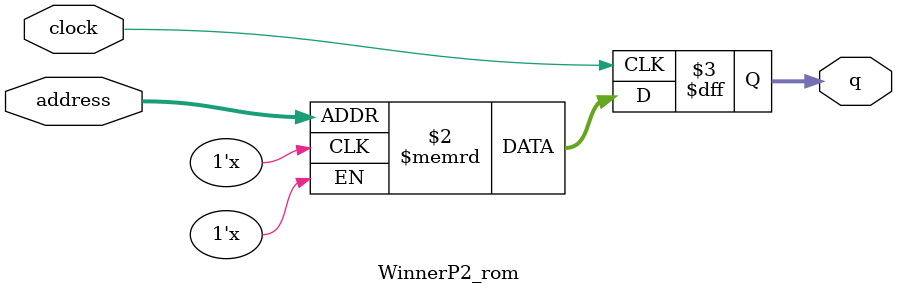
<source format=sv>
module WinnerP2_rom (
	input logic clock,
	input logic [14:0] address,
	output logic [2:0] q
);

logic [2:0] memory [0:19199] /* synthesis ram_init_file = "./WinnerP2/WinnerP2.mif" */;

always_ff @ (posedge clock) begin
	q <= memory[address];
end

endmodule

</source>
